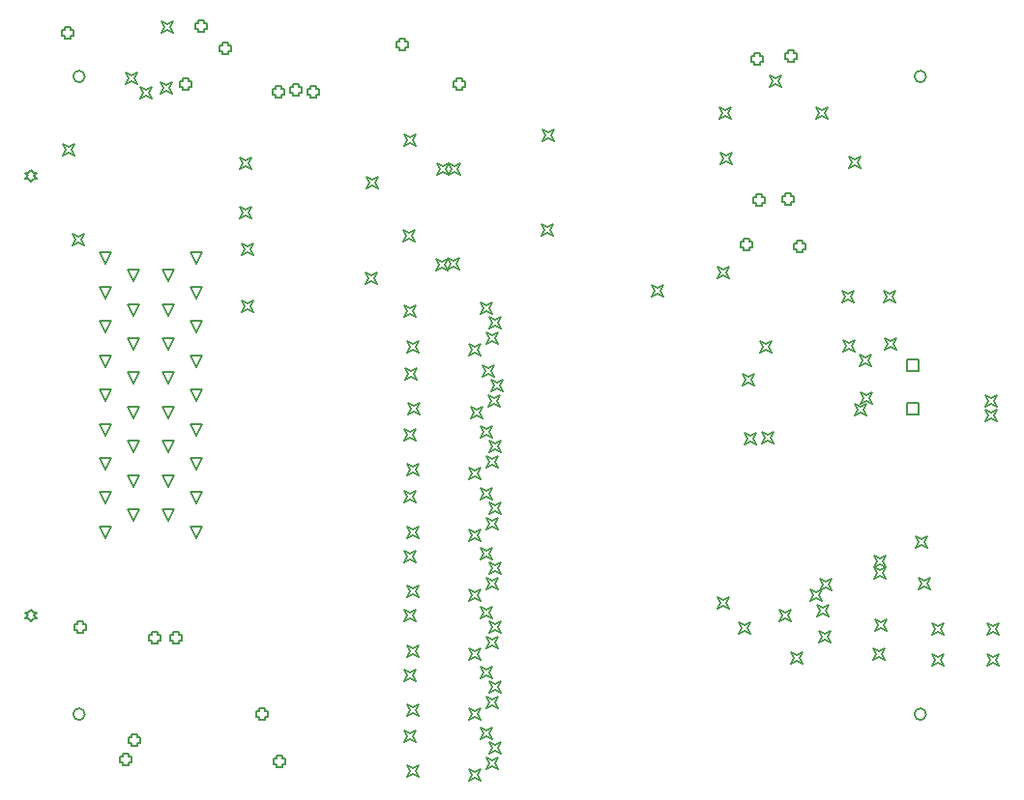
<source format=gbr>
%TF.GenerationSoftware,Altium Limited,Altium Designer,19.0.10 (269)*%
G04 Layer_Color=2752767*
%FSLAX26Y26*%
%MOIN*%
%TF.FileFunction,Drawing*%
%TF.Part,Single*%
G01*
G75*
%TA.AperFunction,NonConductor*%
%ADD104C,0.005000*%
%ADD105C,0.006667*%
D104*
X3153228Y1335000D02*
Y1375000D01*
X3193228D01*
Y1335000D01*
X3153228D01*
Y1485000D02*
Y1525000D01*
X3193228D01*
Y1485000D01*
X3153228D01*
X488425Y1675276D02*
X468425Y1715276D01*
X508425D01*
X488425Y1675276D01*
Y1793386D02*
X468425Y1833386D01*
X508425D01*
X488425Y1793386D01*
Y966614D02*
X468425Y1006614D01*
X508425D01*
X488425Y966614D01*
X606535D02*
X586535Y1006614D01*
X626535D01*
X606535Y966614D01*
X134095Y622126D02*
X144095Y632126D01*
X154095D01*
X144095Y642126D01*
X154095Y652126D01*
X144095D01*
X134095Y662126D01*
X124094Y652126D01*
X114094D01*
X124094Y642126D01*
X114094Y632126D01*
X124094D01*
X134095Y622126D01*
Y2137874D02*
X144095Y2147874D01*
X154095D01*
X144095Y2157874D01*
X154095Y2167874D01*
X144095D01*
X134095Y2177874D01*
X124094Y2167874D01*
X114094D01*
X124094Y2157874D01*
X114094Y2147874D01*
X124094D01*
X134095Y2137874D01*
X390000Y1852441D02*
X370000Y1892441D01*
X410000D01*
X390000Y1852441D01*
Y1734331D02*
X370000Y1774331D01*
X410000D01*
X390000Y1734331D01*
Y1616220D02*
X370000Y1656220D01*
X410000D01*
X390000Y1616220D01*
Y1498110D02*
X370000Y1538110D01*
X410000D01*
X390000Y1498110D01*
Y1380000D02*
X370000Y1420000D01*
X410000D01*
X390000Y1380000D01*
Y1261890D02*
X370000Y1301890D01*
X410000D01*
X390000Y1261890D01*
Y1143780D02*
X370000Y1183780D01*
X410000D01*
X390000Y1143780D01*
Y1025669D02*
X370000Y1065669D01*
X410000D01*
X390000Y1025669D01*
Y907559D02*
X370000Y947559D01*
X410000D01*
X390000Y907559D01*
X488425Y1557165D02*
X468425Y1597165D01*
X508425D01*
X488425Y1557165D01*
Y1439055D02*
X468425Y1479055D01*
X508425D01*
X488425Y1439055D01*
Y1320945D02*
X468425Y1360945D01*
X508425D01*
X488425Y1320945D01*
Y1202835D02*
X468425Y1242835D01*
X508425D01*
X488425Y1202835D01*
Y1084724D02*
X468425Y1124724D01*
X508425D01*
X488425Y1084724D01*
X606535Y1793386D02*
X586535Y1833386D01*
X626535D01*
X606535Y1793386D01*
Y1675276D02*
X586535Y1715276D01*
X626535D01*
X606535Y1675276D01*
Y1557165D02*
X586535Y1597165D01*
X626535D01*
X606535Y1557165D01*
Y1439055D02*
X586535Y1479055D01*
X626535D01*
X606535Y1439055D01*
Y1320945D02*
X586535Y1360945D01*
X626535D01*
X606535Y1320945D01*
Y1202835D02*
X586535Y1242835D01*
X626535D01*
X606535Y1202835D01*
Y1084724D02*
X586535Y1124724D01*
X626535D01*
X606535Y1084724D01*
X704961Y1852441D02*
X684961Y1892441D01*
X724961D01*
X704961Y1852441D01*
Y1734331D02*
X684961Y1774331D01*
X724961D01*
X704961Y1734331D01*
Y1616220D02*
X684961Y1656220D01*
X724961D01*
X704961Y1616220D01*
Y1498110D02*
X684961Y1538110D01*
X724961D01*
X704961Y1498110D01*
Y1380000D02*
X684961Y1420000D01*
X724961D01*
X704961Y1380000D01*
Y1261890D02*
X684961Y1301890D01*
X724961D01*
X704961Y1261890D01*
Y1143780D02*
X684961Y1183780D01*
X724961D01*
X704961Y1143780D01*
Y1025669D02*
X684961Y1065669D01*
X724961D01*
X704961Y1025669D01*
Y907559D02*
X684961Y947559D01*
X724961D01*
X704961Y907559D01*
X277603Y1917224D02*
X287603Y1937224D01*
X277603Y1957224D01*
X297603Y1947224D01*
X317603Y1957224D01*
X307603Y1937224D01*
X317603Y1917224D01*
X297603Y1927224D01*
X277603Y1917224D01*
X3425000Y1310000D02*
X3435000Y1330000D01*
X3425000Y1350000D01*
X3445000Y1340000D01*
X3465000Y1350000D01*
X3455000Y1330000D01*
X3465000Y1310000D01*
X3445000Y1320000D01*
X3425000Y1310000D01*
Y1360787D02*
X3435000Y1380787D01*
X3425000Y1400787D01*
X3445000Y1390787D01*
X3465000Y1400787D01*
X3455000Y1380787D01*
X3465000Y1360787D01*
X3445000Y1370787D01*
X3425000Y1360787D01*
X2655000Y1232835D02*
X2665000Y1252835D01*
X2655000Y1272835D01*
X2675000Y1262835D01*
X2695000Y1272835D01*
X2685000Y1252835D01*
X2695000Y1232835D01*
X2675000Y1242835D01*
X2655000Y1232835D01*
X2595098Y1231929D02*
X2605098Y1251929D01*
X2595098Y1271929D01*
X2615098Y1261929D01*
X2635098Y1271929D01*
X2625098Y1251929D01*
X2635098Y1231929D01*
X2615098Y1241929D01*
X2595098Y1231929D01*
X3076457Y1555740D02*
X3086457Y1575740D01*
X3076457Y1595740D01*
X3096457Y1585740D01*
X3116457Y1595740D01*
X3106457Y1575740D01*
X3116457Y1555740D01*
X3096457Y1565740D01*
X3076457Y1555740D01*
X2755000Y475000D02*
X2765000Y495000D01*
X2755000Y515000D01*
X2775000Y505000D01*
X2795000Y515000D01*
X2785000Y495000D01*
X2795000Y475000D01*
X2775000Y485000D01*
X2755000Y475000D01*
X2955000Y2185000D02*
X2965000Y2205000D01*
X2955000Y2225000D01*
X2975000Y2215000D01*
X2995000Y2225000D01*
X2985000Y2205000D01*
X2995000Y2185000D01*
X2975000Y2195000D01*
X2955000Y2185000D01*
X2510000Y2195736D02*
X2520000Y2215736D01*
X2510000Y2235736D01*
X2530000Y2225736D01*
X2550000Y2235736D01*
X2540000Y2215736D01*
X2550000Y2195736D01*
X2530000Y2205736D01*
X2510000Y2195736D01*
X2680000Y2465000D02*
X2690000Y2485000D01*
X2680000Y2505000D01*
X2700000Y2495000D01*
X2720000Y2505000D01*
X2710000Y2485000D01*
X2720000Y2465000D01*
X2700000Y2475000D01*
X2680000Y2465000D01*
X2627014Y2551829D02*
Y2541829D01*
X2647014D01*
Y2551829D01*
X2657014D01*
Y2571829D01*
X2647014D01*
Y2581829D01*
X2627014D01*
Y2571829D01*
X2617014D01*
Y2551829D01*
X2627014D01*
X2745000Y2560000D02*
Y2550000D01*
X2765000D01*
Y2560000D01*
X2775000D01*
Y2580000D01*
X2765000D01*
Y2590000D01*
X2745000D01*
Y2580000D01*
X2735000D01*
Y2560000D01*
X2745000D01*
X2632919Y2065000D02*
Y2055000D01*
X2652919D01*
Y2065000D01*
X2662919D01*
Y2085000D01*
X2652919D01*
Y2095000D01*
X2632919D01*
Y2085000D01*
X2622919D01*
Y2065000D01*
X2632919D01*
X2734727Y2066266D02*
Y2056266D01*
X2754727D01*
Y2066266D01*
X2764727D01*
Y2086266D01*
X2754727D01*
Y2096266D01*
X2734727D01*
Y2086266D01*
X2724727D01*
Y2066266D01*
X2734727D01*
X2774652Y1903701D02*
Y1893701D01*
X2794652D01*
Y1903701D01*
X2804652D01*
Y1923701D01*
X2794652D01*
Y1933701D01*
X2774652D01*
Y1923701D01*
X2764652D01*
Y1903701D01*
X2774652D01*
X2590000Y1910000D02*
Y1900000D01*
X2610000D01*
Y1910000D01*
X2620000D01*
Y1930000D01*
X2610000D01*
Y1940000D01*
X2590000D01*
Y1930000D01*
X2580000D01*
Y1910000D01*
X2590000D01*
X1601104Y2463445D02*
Y2453445D01*
X1621104D01*
Y2463445D01*
X1631104D01*
Y2483445D01*
X1621104D01*
Y2493445D01*
X1601104D01*
Y2483445D01*
X1591104D01*
Y2463445D01*
X1601104D01*
X295000Y590000D02*
Y580000D01*
X315000D01*
Y590000D01*
X325000D01*
Y610000D01*
X315000D01*
Y620000D01*
X295000D01*
Y610000D01*
X285000D01*
Y590000D01*
X295000D01*
X980000Y127126D02*
Y117126D01*
X1000000D01*
Y127126D01*
X1010000D01*
Y147126D01*
X1000000D01*
Y157126D01*
X980000D01*
Y147126D01*
X970000D01*
Y127126D01*
X980000D01*
X920000Y292122D02*
Y282122D01*
X940000D01*
Y292122D01*
X950000D01*
Y312122D01*
X940000D01*
Y322122D01*
X920000D01*
Y312122D01*
X910000D01*
Y292122D01*
X920000D01*
X450000Y135000D02*
Y125000D01*
X470000D01*
Y135000D01*
X480000D01*
Y155000D01*
X470000D01*
Y165000D01*
X450000D01*
Y155000D01*
X440000D01*
Y135000D01*
X450000D01*
X480000Y200941D02*
Y190941D01*
X500000D01*
Y200941D01*
X510000D01*
Y220941D01*
X500000D01*
Y230941D01*
X480000D01*
Y220941D01*
X470000D01*
Y200941D01*
X480000D01*
X855000Y2180000D02*
X865000Y2200000D01*
X855000Y2220000D01*
X875000Y2210000D01*
X895000Y2220000D01*
X885000Y2200000D01*
X895000Y2180000D01*
X875000Y2190000D01*
X855000Y2180000D01*
Y2011074D02*
X865000Y2031074D01*
X855000Y2051074D01*
X875000Y2041074D01*
X895000Y2051074D01*
X885000Y2031074D01*
X895000Y2011074D01*
X875000Y2021074D01*
X855000Y2011074D01*
X860000Y1885000D02*
X870000Y1905000D01*
X860000Y1925000D01*
X880000Y1915000D01*
X900000Y1925000D01*
X890000Y1905000D01*
X900000Y1885000D01*
X880000Y1895000D01*
X860000Y1885000D01*
Y1687747D02*
X870000Y1707747D01*
X860000Y1727747D01*
X880000Y1717747D01*
X900000Y1727747D01*
X890000Y1707747D01*
X900000Y1687747D01*
X880000Y1697747D01*
X860000Y1687747D01*
X550000Y554457D02*
Y544457D01*
X570000D01*
Y554457D01*
X580000D01*
Y574457D01*
X570000D01*
Y584457D01*
X550000D01*
Y574457D01*
X540000D01*
Y554457D01*
X550000D01*
X625000D02*
Y544457D01*
X645000D01*
Y554457D01*
X655000D01*
Y574457D01*
X645000D01*
Y584457D01*
X625000D01*
Y574457D01*
X615000D01*
Y554457D01*
X625000D01*
X1403852Y2600000D02*
Y2590000D01*
X1423852D01*
Y2600000D01*
X1433852D01*
Y2620000D01*
X1423852D01*
Y2630000D01*
X1403852D01*
Y2620000D01*
X1393852D01*
Y2600000D01*
X1403852D01*
X1532769Y2160224D02*
X1542769Y2180224D01*
X1532769Y2200224D01*
X1552769Y2190224D01*
X1572769Y2200224D01*
X1562769Y2180224D01*
X1572769Y2160224D01*
X1552769Y2170224D01*
X1532769Y2160224D01*
X1291108Y2113059D02*
X1301108Y2133059D01*
X1291108Y2153059D01*
X1311108Y2143059D01*
X1331108Y2153059D01*
X1321108Y2133059D01*
X1331108Y2113059D01*
X1311108Y2123059D01*
X1291108Y2113059D01*
X1897688Y2278559D02*
X1907688Y2298559D01*
X1897688Y2318559D01*
X1917688Y2308559D01*
X1937688Y2318559D01*
X1927688Y2298559D01*
X1937688Y2278559D01*
X1917688Y2288559D01*
X1897688Y2278559D01*
X1421322Y2259319D02*
X1431322Y2279319D01*
X1421322Y2299319D01*
X1441322Y2289319D01*
X1461322Y2299319D01*
X1451322Y2279319D01*
X1461322Y2259319D01*
X1441322Y2269319D01*
X1421322Y2259319D01*
X1895218Y1950000D02*
X1905218Y1970000D01*
X1895218Y1990000D01*
X1915218Y1980000D01*
X1935218Y1990000D01*
X1925218Y1970000D01*
X1935218Y1950000D01*
X1915218Y1960000D01*
X1895218Y1950000D01*
X1573593Y2162153D02*
X1583593Y2182153D01*
X1573593Y2202153D01*
X1593593Y2192153D01*
X1613593Y2202153D01*
X1603593Y2182153D01*
X1613593Y2162153D01*
X1593593Y2172153D01*
X1573593Y2162153D01*
X1420000Y1669361D02*
X1430000Y1689361D01*
X1420000Y1709361D01*
X1440000Y1699361D01*
X1460000Y1709361D01*
X1450000Y1689361D01*
X1460000Y1669361D01*
X1440000Y1679361D01*
X1420000Y1669361D01*
X1430000Y1547594D02*
X1440000Y1567594D01*
X1430000Y1587594D01*
X1450000Y1577594D01*
X1470000Y1587594D01*
X1460000Y1567594D01*
X1470000Y1547594D01*
X1450000Y1557594D01*
X1430000Y1547594D01*
X1685000Y1679361D02*
X1695000Y1699361D01*
X1685000Y1719361D01*
X1705000Y1709361D01*
X1725000Y1719361D01*
X1715000Y1699361D01*
X1725000Y1679361D01*
X1705000Y1689361D01*
X1685000Y1679361D01*
X1645513Y1537122D02*
X1655513Y1557122D01*
X1645513Y1577122D01*
X1665513Y1567122D01*
X1685513Y1577122D01*
X1675513Y1557122D01*
X1685513Y1537122D01*
X1665513Y1547122D01*
X1645513Y1537122D01*
X1714692Y1629367D02*
X1724692Y1649367D01*
X1714692Y1669367D01*
X1734692Y1659367D01*
X1754692Y1669367D01*
X1744692Y1649367D01*
X1754692Y1629367D01*
X1734692Y1639367D01*
X1714692Y1629367D01*
X1705513Y1577052D02*
X1715513Y1597052D01*
X1705513Y1617052D01*
X1725513Y1607052D01*
X1745513Y1617052D01*
X1735513Y1597052D01*
X1745513Y1577052D01*
X1725513Y1587052D01*
X1705513Y1577052D01*
X1425000Y1454361D02*
X1435000Y1474361D01*
X1425000Y1494361D01*
X1445000Y1484361D01*
X1465000Y1494361D01*
X1455000Y1474361D01*
X1465000Y1454361D01*
X1445000Y1464361D01*
X1425000Y1454361D01*
X1435000Y1332594D02*
X1445000Y1352594D01*
X1435000Y1372594D01*
X1455000Y1362594D01*
X1475000Y1372594D01*
X1465000Y1352594D01*
X1475000Y1332594D01*
X1455000Y1342594D01*
X1435000Y1332594D01*
X1690000Y1464361D02*
X1700000Y1484361D01*
X1690000Y1504361D01*
X1710000Y1494361D01*
X1730000Y1504361D01*
X1720000Y1484361D01*
X1730000Y1464361D01*
X1710000Y1474361D01*
X1690000Y1464361D01*
X1650513Y1322122D02*
X1660513Y1342122D01*
X1650513Y1362122D01*
X1670513Y1352122D01*
X1690513Y1362122D01*
X1680513Y1342122D01*
X1690513Y1322122D01*
X1670513Y1332122D01*
X1650513Y1322122D01*
X1719692Y1414367D02*
X1729692Y1434367D01*
X1719692Y1454367D01*
X1739692Y1444367D01*
X1759692Y1454367D01*
X1749692Y1434367D01*
X1759692Y1414367D01*
X1739692Y1424367D01*
X1719692Y1414367D01*
X1710513Y1362052D02*
X1720513Y1382052D01*
X1710513Y1402052D01*
X1730513Y1392052D01*
X1750513Y1402052D01*
X1740513Y1382052D01*
X1750513Y1362052D01*
X1730513Y1372052D01*
X1710513Y1362052D01*
X1420000Y1244361D02*
X1430000Y1264361D01*
X1420000Y1284361D01*
X1440000Y1274361D01*
X1460000Y1284361D01*
X1450000Y1264361D01*
X1460000Y1244361D01*
X1440000Y1254361D01*
X1420000Y1244361D01*
X1430000Y1122594D02*
X1440000Y1142594D01*
X1430000Y1162594D01*
X1450000Y1152594D01*
X1470000Y1162594D01*
X1460000Y1142594D01*
X1470000Y1122594D01*
X1450000Y1132594D01*
X1430000Y1122594D01*
X1685000Y1254361D02*
X1695000Y1274361D01*
X1685000Y1294361D01*
X1705000Y1284361D01*
X1725000Y1294361D01*
X1715000Y1274361D01*
X1725000Y1254361D01*
X1705000Y1264361D01*
X1685000Y1254361D01*
X1645513Y1112122D02*
X1655513Y1132122D01*
X1645513Y1152122D01*
X1665513Y1142122D01*
X1685513Y1152122D01*
X1675513Y1132122D01*
X1685513Y1112122D01*
X1665513Y1122122D01*
X1645513Y1112122D01*
X1714692Y1204367D02*
X1724692Y1224367D01*
X1714692Y1244367D01*
X1734692Y1234367D01*
X1754692Y1244367D01*
X1744692Y1224367D01*
X1754692Y1204367D01*
X1734692Y1214367D01*
X1714692Y1204367D01*
X1705513Y1152052D02*
X1715513Y1172052D01*
X1705513Y1192052D01*
X1725513Y1182052D01*
X1745513Y1192052D01*
X1735513Y1172052D01*
X1745513Y1152052D01*
X1725513Y1162052D01*
X1705513Y1152052D01*
X1420000Y1029361D02*
X1430000Y1049361D01*
X1420000Y1069361D01*
X1440000Y1059361D01*
X1460000Y1069361D01*
X1450000Y1049361D01*
X1460000Y1029361D01*
X1440000Y1039361D01*
X1420000Y1029361D01*
X1430000Y907594D02*
X1440000Y927594D01*
X1430000Y947594D01*
X1450000Y937594D01*
X1470000Y947594D01*
X1460000Y927594D01*
X1470000Y907594D01*
X1450000Y917594D01*
X1430000Y907594D01*
X1685000Y1039361D02*
X1695000Y1059361D01*
X1685000Y1079361D01*
X1705000Y1069361D01*
X1725000Y1079361D01*
X1715000Y1059361D01*
X1725000Y1039361D01*
X1705000Y1049361D01*
X1685000Y1039361D01*
X1645513Y897122D02*
X1655513Y917122D01*
X1645513Y937122D01*
X1665513Y927122D01*
X1685513Y937122D01*
X1675513Y917122D01*
X1685513Y897122D01*
X1665513Y907122D01*
X1645513Y897122D01*
X1714692Y989367D02*
X1724692Y1009367D01*
X1714692Y1029367D01*
X1734692Y1019367D01*
X1754692Y1029367D01*
X1744692Y1009367D01*
X1754692Y989367D01*
X1734692Y999367D01*
X1714692Y989367D01*
X1705513Y937052D02*
X1715513Y957052D01*
X1705513Y977052D01*
X1725513Y967052D01*
X1745513Y977052D01*
X1735513Y957052D01*
X1745513Y937052D01*
X1725513Y947052D01*
X1705513Y937052D01*
X1420000Y824361D02*
X1430000Y844361D01*
X1420000Y864361D01*
X1440000Y854361D01*
X1460000Y864361D01*
X1450000Y844361D01*
X1460000Y824361D01*
X1440000Y834361D01*
X1420000Y824361D01*
X1430000Y702594D02*
X1440000Y722594D01*
X1430000Y742594D01*
X1450000Y732594D01*
X1470000Y742594D01*
X1460000Y722594D01*
X1470000Y702594D01*
X1450000Y712594D01*
X1430000Y702594D01*
X1685000Y834361D02*
X1695000Y854361D01*
X1685000Y874361D01*
X1705000Y864361D01*
X1725000Y874361D01*
X1715000Y854361D01*
X1725000Y834361D01*
X1705000Y844361D01*
X1685000Y834361D01*
X1645513Y692122D02*
X1655513Y712122D01*
X1645513Y732122D01*
X1665513Y722122D01*
X1685513Y732122D01*
X1675513Y712122D01*
X1685513Y692122D01*
X1665513Y702122D01*
X1645513Y692122D01*
X1714692Y784367D02*
X1724692Y804367D01*
X1714692Y824367D01*
X1734692Y814367D01*
X1754692Y824367D01*
X1744692Y804367D01*
X1754692Y784367D01*
X1734692Y794367D01*
X1714692Y784367D01*
X1705513Y732052D02*
X1715513Y752052D01*
X1705513Y772052D01*
X1725513Y762052D01*
X1745513Y772052D01*
X1735513Y752052D01*
X1745513Y732052D01*
X1725513Y742052D01*
X1705513Y732052D01*
X1420000Y619361D02*
X1430000Y639361D01*
X1420000Y659361D01*
X1440000Y649361D01*
X1460000Y659361D01*
X1450000Y639361D01*
X1460000Y619361D01*
X1440000Y629361D01*
X1420000Y619361D01*
X1430000Y497594D02*
X1440000Y517594D01*
X1430000Y537594D01*
X1450000Y527594D01*
X1470000Y537594D01*
X1460000Y517594D01*
X1470000Y497594D01*
X1450000Y507594D01*
X1430000Y497594D01*
X1685000Y629361D02*
X1695000Y649361D01*
X1685000Y669361D01*
X1705000Y659361D01*
X1725000Y669361D01*
X1715000Y649361D01*
X1725000Y629361D01*
X1705000Y639361D01*
X1685000Y629361D01*
X1645513Y487122D02*
X1655513Y507122D01*
X1645513Y527122D01*
X1665513Y517122D01*
X1685513Y527122D01*
X1675513Y507122D01*
X1685513Y487122D01*
X1665513Y497122D01*
X1645513Y487122D01*
X1714692Y579367D02*
X1724692Y599367D01*
X1714692Y619367D01*
X1734692Y609367D01*
X1754692Y619367D01*
X1744692Y599367D01*
X1754692Y579367D01*
X1734692Y589367D01*
X1714692Y579367D01*
X1705513Y527052D02*
X1715513Y547052D01*
X1705513Y567052D01*
X1725513Y557052D01*
X1745513Y567052D01*
X1735513Y547052D01*
X1745513Y527052D01*
X1725513Y537052D01*
X1705513Y527052D01*
X1420000Y414361D02*
X1430000Y434361D01*
X1420000Y454361D01*
X1440000Y444361D01*
X1460000Y454361D01*
X1450000Y434361D01*
X1460000Y414361D01*
X1440000Y424361D01*
X1420000Y414361D01*
X1430000Y292594D02*
X1440000Y312594D01*
X1430000Y332594D01*
X1450000Y322594D01*
X1470000Y332594D01*
X1460000Y312594D01*
X1470000Y292594D01*
X1450000Y302594D01*
X1430000Y292594D01*
X1685000Y424361D02*
X1695000Y444361D01*
X1685000Y464361D01*
X1705000Y454361D01*
X1725000Y464361D01*
X1715000Y444361D01*
X1725000Y424361D01*
X1705000Y434361D01*
X1685000Y424361D01*
X1645513Y282122D02*
X1655513Y302122D01*
X1645513Y322122D01*
X1665513Y312122D01*
X1685513Y322122D01*
X1675513Y302122D01*
X1685513Y282122D01*
X1665513Y292122D01*
X1645513Y282122D01*
X1714692Y374367D02*
X1724692Y394367D01*
X1714692Y414367D01*
X1734692Y404367D01*
X1754692Y414367D01*
X1744692Y394367D01*
X1754692Y374367D01*
X1734692Y384367D01*
X1714692Y374367D01*
X1705513Y322052D02*
X1715513Y342052D01*
X1705513Y362052D01*
X1725513Y352052D01*
X1745513Y362052D01*
X1735513Y342052D01*
X1745513Y322052D01*
X1725513Y332052D01*
X1705513Y322052D01*
X710000Y2665000D02*
Y2655000D01*
X730000D01*
Y2665000D01*
X740000D01*
Y2685000D01*
X730000D01*
Y2695000D01*
X710000D01*
Y2685000D01*
X700000D01*
Y2665000D01*
X710000D01*
X795000Y2587397D02*
Y2577397D01*
X815000D01*
Y2587397D01*
X825000D01*
Y2607397D01*
X815000D01*
Y2617397D01*
X795000D01*
Y2607397D01*
X785000D01*
Y2587397D01*
X795000D01*
X657912Y2465000D02*
Y2455000D01*
X677912D01*
Y2465000D01*
X687912D01*
Y2485000D01*
X677912D01*
Y2495000D01*
X657912D01*
Y2485000D01*
X647912D01*
Y2465000D01*
X657912D01*
X584353Y2650508D02*
X594353Y2670508D01*
X584353Y2690508D01*
X604353Y2680508D01*
X624353Y2690508D01*
X614353Y2670508D01*
X624353Y2650508D01*
X604353Y2660508D01*
X584353Y2650508D01*
X510000Y2425000D02*
X520000Y2445000D01*
X510000Y2465000D01*
X530000Y2455000D01*
X550000Y2465000D01*
X540000Y2445000D01*
X550000Y2425000D01*
X530000Y2435000D01*
X510000Y2425000D01*
X250000Y2639212D02*
Y2629212D01*
X270000D01*
Y2639212D01*
X280000D01*
Y2659212D01*
X270000D01*
Y2669212D01*
X250000D01*
Y2659212D01*
X240000D01*
Y2639212D01*
X250000D01*
X2499221Y663264D02*
X2509221Y683264D01*
X2499221Y703264D01*
X2519221Y693264D01*
X2539221Y703264D01*
X2529221Y683264D01*
X2539221Y663264D01*
X2519221Y673264D01*
X2499221Y663264D01*
X2587486Y1435351D02*
X2597486Y1455351D01*
X2587486Y1475351D01*
X2607486Y1465351D01*
X2627486Y1475351D01*
X2617486Y1455351D01*
X2627486Y1435351D01*
X2607486Y1445351D01*
X2587486Y1435351D01*
X245000Y2228006D02*
X255000Y2248006D01*
X245000Y2268006D01*
X265000Y2258006D01*
X285000Y2268006D01*
X275000Y2248006D01*
X285000Y2228006D01*
X265000Y2238006D01*
X245000Y2228006D01*
X2850412Y546448D02*
X2860412Y566448D01*
X2850412Y586448D01*
X2870412Y576448D01*
X2890412Y586448D01*
X2880412Y566448D01*
X2890412Y546448D01*
X2870412Y556448D01*
X2850412Y546448D01*
X2715000Y621457D02*
X2725000Y641457D01*
X2715000Y661457D01*
X2735000Y651457D01*
X2755000Y661457D01*
X2745000Y641457D01*
X2755000Y621457D01*
X2735000Y631457D01*
X2715000Y621457D01*
X2845000Y638228D02*
X2855000Y658228D01*
X2845000Y678228D01*
X2865000Y668228D01*
X2885000Y678228D01*
X2875000Y658228D01*
X2885000Y638228D01*
X2865000Y648228D01*
X2845000Y638228D01*
X2855000Y726385D02*
X2865000Y746385D01*
X2855000Y766385D01*
X2875000Y756385D01*
X2895000Y766385D01*
X2885000Y746385D01*
X2895000Y726385D01*
X2875000Y736385D01*
X2855000Y726385D01*
X3185000Y872360D02*
X3195000Y892360D01*
X3185000Y912360D01*
X3205000Y902360D01*
X3225000Y912360D01*
X3215000Y892360D01*
X3225000Y872360D01*
X3205000Y882360D01*
X3185000Y872360D01*
X1097776Y2438661D02*
Y2428661D01*
X1117776D01*
Y2438661D01*
X1127776D01*
Y2458661D01*
X1117776D01*
Y2468661D01*
X1097776D01*
Y2458661D01*
X1087776D01*
Y2438661D01*
X1097776D01*
X1037776Y2443661D02*
Y2433661D01*
X1057776D01*
Y2443661D01*
X1067776D01*
Y2463661D01*
X1057776D01*
Y2473661D01*
X1037776D01*
Y2463661D01*
X1027776D01*
Y2443661D01*
X1037776D01*
X977776Y2438661D02*
Y2428661D01*
X997776D01*
Y2438661D01*
X1007776D01*
Y2458661D01*
X997776D01*
Y2468661D01*
X977776D01*
Y2458661D01*
X967776D01*
Y2438661D01*
X977776D01*
X1288638Y1784500D02*
X1298638Y1804500D01*
X1288638Y1824500D01*
X1308638Y1814500D01*
X1328638Y1824500D01*
X1318638Y1804500D01*
X1328638Y1784500D01*
X1308638Y1794500D01*
X1288638Y1784500D01*
X1530299Y1831665D02*
X1540299Y1851665D01*
X1530299Y1871665D01*
X1550299Y1861665D01*
X1570299Y1871665D01*
X1560299Y1851665D01*
X1570299Y1831665D01*
X1550299Y1841665D01*
X1530299Y1831665D01*
X580305Y2441925D02*
X590305Y2461925D01*
X580305Y2481925D01*
X600305Y2471925D01*
X620305Y2481925D01*
X610305Y2461925D01*
X620305Y2441925D01*
X600305Y2451925D01*
X580305Y2441925D01*
X1418852Y1930759D02*
X1428852Y1950759D01*
X1418852Y1970759D01*
X1438852Y1960759D01*
X1458852Y1970759D01*
X1448852Y1950759D01*
X1458852Y1930759D01*
X1438852Y1940759D01*
X1418852Y1930759D01*
X2275000Y1739966D02*
X2285000Y1759966D01*
X2275000Y1779966D01*
X2295000Y1769966D01*
X2315000Y1779966D01*
X2305000Y1759966D01*
X2315000Y1739966D01*
X2295000Y1749966D01*
X2275000Y1739966D01*
X2499221Y1803969D02*
X2509221Y1823969D01*
X2499221Y1843969D01*
X2519221Y1833969D01*
X2539221Y1843969D01*
X2529221Y1823969D01*
X2539221Y1803969D01*
X2519221Y1813969D01*
X2499221Y1803969D01*
X3036059Y487911D02*
X3046059Y507911D01*
X3036059Y527911D01*
X3056059Y517911D01*
X3076059Y527911D01*
X3066059Y507911D01*
X3076059Y487911D01*
X3056059Y497911D01*
X3036059Y487911D01*
X3045000Y586025D02*
X3055000Y606025D01*
X3045000Y626025D01*
X3065000Y616025D01*
X3085000Y626025D01*
X3075000Y606025D01*
X3085000Y586025D01*
X3065000Y596025D01*
X3045000Y586025D01*
X3240000Y575509D02*
X3250000Y595509D01*
X3240000Y615509D01*
X3260000Y605509D01*
X3280000Y615509D01*
X3270000Y595509D01*
X3280000Y575509D01*
X3260000Y585509D01*
X3240000Y575509D01*
Y465768D02*
X3250000Y485768D01*
X3240000Y505768D01*
X3260000Y495768D01*
X3280000Y505768D01*
X3270000Y485768D01*
X3280000Y465768D01*
X3260000Y475768D01*
X3240000Y465768D01*
X3430000Y466257D02*
X3440000Y486257D01*
X3430000Y506257D01*
X3450000Y496257D01*
X3470000Y506257D01*
X3460000Y486257D01*
X3470000Y466257D01*
X3450000Y476257D01*
X3430000Y466257D01*
Y575000D02*
X3440000Y595000D01*
X3430000Y615000D01*
X3450000Y605000D01*
X3470000Y615000D01*
X3460000Y595000D01*
X3470000Y575000D01*
X3450000Y585000D01*
X3430000Y575000D01*
X2575000Y578225D02*
X2585000Y598225D01*
X2575000Y618225D01*
X2595000Y608225D01*
X2615000Y618225D01*
X2605000Y598225D01*
X2615000Y578225D01*
X2595000Y588225D01*
X2575000Y578225D01*
X462323Y2475000D02*
X472323Y2495000D01*
X462323Y2515000D01*
X482323Y2505000D01*
X502323Y2515000D01*
X492323Y2495000D01*
X502323Y2475000D01*
X482323Y2485000D01*
X462323Y2475000D01*
X1714692Y164367D02*
X1724692Y184367D01*
X1714692Y204367D01*
X1734692Y194367D01*
X1754692Y204367D01*
X1744692Y184367D01*
X1754692Y164367D01*
X1734692Y174367D01*
X1714692Y164367D01*
X3074646Y1720827D02*
X3084646Y1740827D01*
X3074646Y1760827D01*
X3094646Y1750827D01*
X3114646Y1760827D01*
X3104646Y1740827D01*
X3114646Y1720827D01*
X3094646Y1730827D01*
X3074646Y1720827D01*
X2931512D02*
X2941512Y1740827D01*
X2931512Y1760827D01*
X2951512Y1750827D01*
X2971512Y1760827D01*
X2961512Y1740827D01*
X2971512Y1720827D01*
X2951512Y1730827D01*
X2931512Y1720827D01*
X1685000Y214361D02*
X1695000Y234361D01*
X1685000Y254361D01*
X1705000Y244361D01*
X1725000Y254361D01*
X1715000Y234361D01*
X1725000Y214361D01*
X1705000Y224361D01*
X1685000Y214361D01*
X1430000Y82594D02*
X1440000Y102594D01*
X1430000Y122594D01*
X1450000Y112594D01*
X1470000Y122594D01*
X1460000Y102594D01*
X1470000Y82594D01*
X1450000Y92594D01*
X1430000Y82594D01*
X1420000Y204361D02*
X1430000Y224361D01*
X1420000Y244361D01*
X1440000Y234361D01*
X1460000Y244361D01*
X1450000Y224361D01*
X1460000Y204361D01*
X1440000Y214361D01*
X1420000Y204361D01*
X1645513Y72122D02*
X1655513Y92122D01*
X1645513Y112122D01*
X1665513Y102122D01*
X1685513Y112122D01*
X1675513Y92122D01*
X1685513Y72122D01*
X1665513Y82122D01*
X1645513Y72122D01*
X1705513Y112052D02*
X1715513Y132052D01*
X1705513Y152052D01*
X1725513Y142052D01*
X1745513Y152052D01*
X1735513Y132052D01*
X1745513Y112052D01*
X1725513Y122052D01*
X1705513Y112052D01*
X3195000Y730397D02*
X3205000Y750397D01*
X3195000Y770397D01*
X3215000Y760397D01*
X3235000Y770397D01*
X3225000Y750397D01*
X3235000Y730397D01*
X3215000Y740397D01*
X3195000Y730397D01*
X2819606Y688901D02*
X2829606Y708901D01*
X2819606Y728901D01*
X2839606Y718901D01*
X2859606Y728901D01*
X2849606Y708901D01*
X2859606Y688901D01*
X2839606Y698901D01*
X2819606Y688901D01*
X2646542Y1548775D02*
X2656542Y1568775D01*
X2646542Y1588775D01*
X2666542Y1578775D01*
X2686542Y1588775D01*
X2676542Y1568775D01*
X2686542Y1548775D01*
X2666542Y1558775D01*
X2646542Y1548775D01*
X2991967Y1500472D02*
X3001967Y1520472D01*
X2991967Y1540472D01*
X3011967Y1530472D01*
X3031967Y1540472D01*
X3021967Y1520472D01*
X3031967Y1500472D01*
X3011967Y1510472D01*
X2991967Y1500472D01*
X2993701Y1370472D02*
X3003701Y1390472D01*
X2993701Y1410472D01*
X3013701Y1400472D01*
X3033701Y1410472D01*
X3023701Y1390472D01*
X3033701Y1370472D01*
X3013701Y1380472D01*
X2993701Y1370472D01*
X2933228Y1550472D02*
X2943228Y1570472D01*
X2933228Y1590472D01*
X2953228Y1580472D01*
X2973228Y1590472D01*
X2963228Y1570472D01*
X2973228Y1550472D01*
X2953228Y1560472D01*
X2933228Y1550472D01*
X2973228Y1330472D02*
X2983228Y1350472D01*
X2973228Y1370472D01*
X2993228Y1360472D01*
X3013228Y1370472D01*
X3003228Y1350472D01*
X3013228Y1330472D01*
X2993228Y1340472D01*
X2973228Y1330472D01*
X1571124Y1833594D02*
X1581124Y1853594D01*
X1571124Y1873594D01*
X1591124Y1863594D01*
X1611124Y1873594D01*
X1601124Y1853594D01*
X1611124Y1833594D01*
X1591124Y1843594D01*
X1571124Y1833594D01*
X3041471Y808023D02*
X3051471Y828023D01*
X3041471Y848023D01*
X3061471Y838023D01*
X3081471Y848023D01*
X3071471Y828023D01*
X3081471Y808023D01*
X3061471Y818023D01*
X3041471Y808023D01*
Y768023D02*
X3051471Y788023D01*
X3041471Y808023D01*
X3061471Y798023D01*
X3081471Y808023D01*
X3071471Y788023D01*
X3081471Y768023D01*
X3061471Y778023D01*
X3041471Y768023D01*
X2506657Y2355163D02*
X2516657Y2375163D01*
X2506657Y2395163D01*
X2526657Y2385163D01*
X2546657Y2395163D01*
X2536657Y2375163D01*
X2546657Y2355163D01*
X2526657Y2365163D01*
X2506657Y2355163D01*
X2841657D02*
X2851657Y2375163D01*
X2841657Y2395163D01*
X2861657Y2385163D01*
X2881657Y2395163D01*
X2871657Y2375163D01*
X2881657Y2355163D01*
X2861657Y2365163D01*
X2841657Y2355163D01*
D105*
X320000Y300000D02*
G03*
X320000Y300000I-20000J0D01*
G01*
Y2500000D02*
G03*
X320000Y2500000I-20000J0D01*
G01*
X3220000Y300000D02*
G03*
X3220000Y300000I-20000J0D01*
G01*
Y2500000D02*
G03*
X3220000Y2500000I-20000J0D01*
G01*
%TF.MD5,72eb787ab3d269083d07ab2a1718e343*%
M02*

</source>
